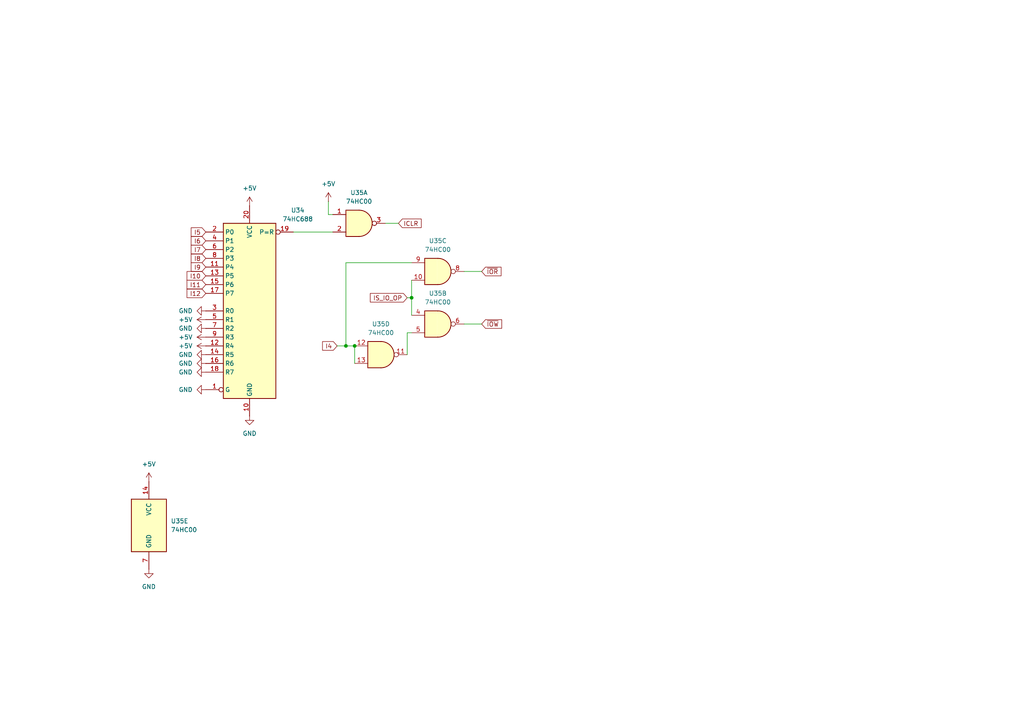
<source format=kicad_sch>
(kicad_sch (version 20250114) (generator "eeschema") (generator_version "9.0")
  (paper "A4")
  (lib_symbols
    (symbol "74xx:74HC00" (pin_names (offset 1.016))
      (property "Reference" "U" (at 0 1.27 0))
      (property "Value" "74HC00" (at 0 -1.27 0))
      (symbol "74HC00_1_1"
        (arc (start 0 3.81) (mid 3.7934 0) (end 0 -3.81) (stroke (width 0.254)) (fill (type background)))
        (polyline (pts (xy 0 3.81) (xy -3.81 3.81) (xy -3.81 -3.81) (xy 0 -3.81)) (stroke (width 0.254)) (fill (type background)))
        (pin input line (at -7.62 2.54 0) (length 3.81) (name "~") (number "1"))
        (pin input line (at -7.62 -2.54 0) (length 3.81) (name "~") (number "2"))
        (pin output inverted (at 7.62 0 180) (length 3.81) (name "~") (number "3"))
      )
      (symbol "74HC00_1_2"
        (arc (start -3.81 3.81) (mid -2.589 0) (end -3.81 -3.81) (stroke (width 0.254)))
        (polyline (pts (xy -3.81 3.81) (xy -0.635 3.81)) (stroke (width 0.254)) (fill (type background)))
        (polyline (pts (xy -3.81 -3.81) (xy -0.635 -3.81)) (stroke (width 0.254)) (fill (type background)))
        (arc (start 3.81 0) (mid 2.1855 -2.584) (end -0.6096 -3.81) (stroke (width 0.254)) (fill (type background)))
        (arc (start -0.6096 3.81) (mid 2.1928 2.5924) (end 3.81 0) (stroke (width 0.254)) (fill (type background)))
        (polyline (pts (xy -0.635 3.81) (xy -3.81 3.81) (xy -3.81 3.81) (xy -3.556 3.4036) (xy -3.0226 2.2606) (xy -2.6924 1.0414) (xy -2.6162 -0.254) (xy -2.7686 -1.4986) (xy -3.175 -2.7178) (xy -3.81 -3.81) (xy -3.81 -3.81) (xy -0.635 -3.81)) (stroke (width -25.4)) (fill (type background)))
        (pin input inverted (at -7.62 2.54 0) (length 4.318) (name "~") (number "1"))
        (pin input inverted (at -7.62 -2.54 0) (length 4.318) (name "~") (number "2"))
        (pin output line (at 7.62 0 180) (length 3.81) (name "~") (number "3"))
      )
      (symbol "74HC00_2_1"
        (arc (start 0 3.81) (mid 3.7934 0) (end 0 -3.81) (stroke (width 0.254)) (fill (type background)))
        (polyline (pts (xy 0 3.81) (xy -3.81 3.81) (xy -3.81 -3.81) (xy 0 -3.81)) (stroke (width 0.254)) (fill (type background)))
        (pin input line (at -7.62 2.54 0) (length 3.81) (name "~") (number "4"))
        (pin input line (at -7.62 -2.54 0) (length 3.81) (name "~") (number "5"))
        (pin output inverted (at 7.62 0 180) (length 3.81) (name "~") (number "6"))
      )
      (symbol "74HC00_2_2"
        (arc (start -3.81 3.81) (mid -2.589 0) (end -3.81 -3.81) (stroke (width 0.254)))
        (polyline (pts (xy -3.81 3.81) (xy -0.635 3.81)) (stroke (width 0.254)) (fill (type background)))
        (polyline (pts (xy -3.81 -3.81) (xy -0.635 -3.81)) (stroke (width 0.254)) (fill (type background)))
        (arc (start 3.81 0) (mid 2.1855 -2.584) (end -0.6096 -3.81) (stroke (width 0.254)) (fill (type background)))
        (arc (start -0.6096 3.81) (mid 2.1928 2.5924) (end 3.81 0) (stroke (width 0.254)) (fill (type background)))
        (polyline (pts (xy -0.635 3.81) (xy -3.81 3.81) (xy -3.81 3.81) (xy -3.556 3.4036) (xy -3.0226 2.2606) (xy -2.6924 1.0414) (xy -2.6162 -0.254) (xy -2.7686 -1.4986) (xy -3.175 -2.7178) (xy -3.81 -3.81) (xy -3.81 -3.81) (xy -0.635 -3.81)) (stroke (width -25.4)) (fill (type background)))
        (pin input inverted (at -7.62 2.54 0) (length 4.318) (name "~") (number "4"))
        (pin input inverted (at -7.62 -2.54 0) (length 4.318) (name "~") (number "5"))
        (pin output line (at 7.62 0 180) (length 3.81) (name "~") (number "6"))
      )
      (symbol "74HC00_3_1"
        (arc (start 0 3.81) (mid 3.7934 0) (end 0 -3.81) (stroke (width 0.254)) (fill (type background)))
        (polyline (pts (xy 0 3.81) (xy -3.81 3.81) (xy -3.81 -3.81) (xy 0 -3.81)) (stroke (width 0.254)) (fill (type background)))
        (pin input line (at -7.62 2.54 0) (length 3.81) (name "~") (number "9"))
        (pin input line (at -7.62 -2.54 0) (length 3.81) (name "~") (number "10"))
        (pin output inverted (at 7.62 0 180) (length 3.81) (name "~") (number "8"))
      )
      (symbol "74HC00_3_2"
        (arc (start -3.81 3.81) (mid -2.589 0) (end -3.81 -3.81) (stroke (width 0.254)))
        (polyline (pts (xy -3.81 3.81) (xy -0.635 3.81)) (stroke (width 0.254)) (fill (type background)))
        (polyline (pts (xy -3.81 -3.81) (xy -0.635 -3.81)) (stroke (width 0.254)) (fill (type background)))
        (arc (start 3.81 0) (mid 2.1855 -2.584) (end -0.6096 -3.81) (stroke (width 0.254)) (fill (type background)))
        (arc (start -0.6096 3.81) (mid 2.1928 2.5924) (end 3.81 0) (stroke (width 0.254)) (fill (type background)))
        (polyline (pts (xy -0.635 3.81) (xy -3.81 3.81) (xy -3.81 3.81) (xy -3.556 3.4036) (xy -3.0226 2.2606) (xy -2.6924 1.0414) (xy -2.6162 -0.254) (xy -2.7686 -1.4986) (xy -3.175 -2.7178) (xy -3.81 -3.81) (xy -3.81 -3.81) (xy -0.635 -3.81)) (stroke (width -25.4)) (fill (type background)))
        (pin input inverted (at -7.62 2.54 0) (length 4.318) (name "~") (number "9"))
        (pin input inverted (at -7.62 -2.54 0) (length 4.318) (name "~") (number "10"))
        (pin output line (at 7.62 0 180) (length 3.81) (name "~") (number "8"))
      )
      (symbol "74HC00_4_1"
        (arc (start 0 3.81) (mid 3.7934 0) (end 0 -3.81) (stroke (width 0.254)) (fill (type background)))
        (polyline (pts (xy 0 3.81) (xy -3.81 3.81) (xy -3.81 -3.81) (xy 0 -3.81)) (stroke (width 0.254)) (fill (type background)))
        (pin input line (at -7.62 2.54 0) (length 3.81) (name "~") (number "12"))
        (pin input line (at -7.62 -2.54 0) (length 3.81) (name "~") (number "13"))
        (pin output inverted (at 7.62 0 180) (length 3.81) (name "~") (number "11"))
      )
      (symbol "74HC00_4_2"
        (arc (start -3.81 3.81) (mid -2.589 0) (end -3.81 -3.81) (stroke (width 0.254)))
        (polyline (pts (xy -3.81 3.81) (xy -0.635 3.81)) (stroke (width 0.254)) (fill (type background)))
        (polyline (pts (xy -3.81 -3.81) (xy -0.635 -3.81)) (stroke (width 0.254)) (fill (type background)))
        (arc (start 3.81 0) (mid 2.1855 -2.584) (end -0.6096 -3.81) (stroke (width 0.254)) (fill (type background)))
        (arc (start -0.6096 3.81) (mid 2.1928 2.5924) (end 3.81 0) (stroke (width 0.254)) (fill (type background)))
        (polyline (pts (xy -0.635 3.81) (xy -3.81 3.81) (xy -3.81 3.81) (xy -3.556 3.4036) (xy -3.0226 2.2606) (xy -2.6924 1.0414) (xy -2.6162 -0.254) (xy -2.7686 -1.4986) (xy -3.175 -2.7178) (xy -3.81 -3.81) (xy -3.81 -3.81) (xy -0.635 -3.81)) (stroke (width -25.4)) (fill (type background)))
        (pin input inverted (at -7.62 2.54 0) (length 4.318) (name "~") (number "12"))
        (pin input inverted (at -7.62 -2.54 0) (length 4.318) (name "~") (number "13"))
        (pin output line (at 7.62 0 180) (length 3.81) (name "~") (number "11"))
      )
      (symbol "74HC00_5_0"
        (pin power_in line (at 0 12.7 270) (length 5.08) (name "VCC") (number "14"))
        (pin power_in line (at 0 -12.7 90) (length 5.08) (name "GND") (number "7"))
      )
      (symbol "74HC00_5_1"
        (rectangle (start -5.08 7.62) (end 5.08 -7.62) (stroke (width 0.254)) (fill (type background)))
      )
    )
    (symbol "74xx:74HC688"
      (property "Reference" "U" (at -7.62 26.67 0))
      (property "Value" "74HC688" (at -7.62 -26.67 0))
      (symbol "74HC688_1_0"
        (pin input line (at -12.7 22.86 0) (length 5.08) (name "P0") (number "2"))
        (pin input line (at -12.7 20.32 0) (length 5.08) (name "P1") (number "4"))
        (pin input line (at -12.7 17.78 0) (length 5.08) (name "P2") (number "6"))
        (pin input line (at -12.7 15.24 0) (length 5.08) (name "P3") (number "8"))
        (pin input line (at -12.7 12.7 0) (length 5.08) (name "P4") (number "11"))
        (pin input line (at -12.7 10.16 0) (length 5.08) (name "P5") (number "13"))
        (pin input line (at -12.7 7.62 0) (length 5.08) (name "P6") (number "15"))
        (pin input line (at -12.7 5.08 0) (length 5.08) (name "P7") (number "17"))
        (pin input line (at -12.7 0 0) (length 5.08) (name "R0") (number "3"))
        (pin input line (at -12.7 -2.54 0) (length 5.08) (name "R1") (number "5"))
        (pin input line (at -12.7 -5.08 0) (length 5.08) (name "R2") (number "7"))
        (pin input line (at -12.7 -7.62 0) (length 5.08) (name "R3") (number "9"))
        (pin input line (at -12.7 -10.16 0) (length 5.08) (name "R4") (number "12"))
        (pin input line (at -12.7 -12.7 0) (length 5.08) (name "R5") (number "14"))
        (pin input line (at -12.7 -15.24 0) (length 5.08) (name "R6") (number "16"))
        (pin input line (at -12.7 -17.78 0) (length 5.08) (name "R7") (number "18"))
        (pin input inverted (at -12.7 -22.86 0) (length 5.08) (name "G") (number "1"))
        (pin power_in line (at 0 30.48 270) (length 5.08) (name "VCC") (number "20"))
        (pin power_in line (at 0 -30.48 90) (length 5.08) (name "GND") (number "10"))
        (pin output inverted (at 12.7 22.86 180) (length 5.08) (name "P=R") (number "19"))
      )
      (symbol "74HC688_1_1"
        (rectangle (start -7.62 25.4) (end 7.62 -25.4) (stroke (width 0.254)) (fill (type background)))
      )
    )
    (symbol "power:+5V" (power) (pin_numbers (hide yes)) (pin_names (offset 0) (hide yes))
      (property "Value" "+5V" (at 0 3.556 0))
      (symbol "+5V_0_1"
        (polyline (pts (xy -0.762 1.27) (xy 0 2.54)))
        (polyline (pts (xy 0 2.54) (xy 0.762 1.27)))
        (polyline (pts (xy 0 0) (xy 0 2.54)))
      )
      (symbol "+5V_1_1"
        (pin power_in line (at 0 0 90) (length 0) (name "~") (number "1"))
      )
    )
    (symbol "power:GND" (power) (pin_numbers (hide yes)) (pin_names (offset 0) (hide yes))
      (property "Value" "GND" (at 0 -3.81 0))
      (symbol "GND_0_1"
        (polyline (pts (xy 0 0) (xy 0 -1.27) (xy 1.27 -1.27) (xy 0 -2.54) (xy -1.27 -1.27) (xy 0 -1.27)))
      )
      (symbol "GND_1_1"
        (pin power_in line (at 0 0 270) (length 0) (name "~") (number "1"))
      )
    )
  )
  (junction (at 102.87 100.33))
  (junction (at 119.38 86.36))
  (junction (at 100.33 100.33))
  (wire (pts (xy 102.87 100.33) (xy 102.87 105.41)))
  (wire (pts (xy 119.38 86.36) (xy 119.38 91.44)))
  (wire (pts (xy 95.25 58.42) (xy 95.25 62.23)))
  (wire (pts (xy 95.25 62.23) (xy 96.52 62.23)))
  (wire (pts (xy 134.62 78.74) (xy 139.7 78.74)))
  (wire (pts (xy 97.79 100.33) (xy 100.33 100.33)))
  (wire (pts (xy 118.11 102.87) (xy 118.11 96.52)))
  (wire (pts (xy 85.09 67.31) (xy 96.52 67.31)))
  (wire (pts (xy 119.38 81.28) (xy 119.38 86.36)))
  (wire (pts (xy 100.33 76.2) (xy 100.33 100.33)))
  (wire (pts (xy 111.76 64.77) (xy 115.57 64.77)))
  (wire (pts (xy 118.11 86.36) (xy 119.38 86.36)))
  (wire (pts (xy 100.33 100.33) (xy 102.87 100.33)))
  (wire (pts (xy 118.11 96.52) (xy 119.38 96.52)))
  (wire (pts (xy 119.38 76.2) (xy 100.33 76.2)))
  (wire (pts (xy 134.62 93.98) (xy 139.7 93.98)))
  (global_label "I4" (shape input) (at 97.79 100.33 180) (property "Intersheetrefs" "${INTERSHEET_REFS}" (effects (hide yes))))
  (global_label "ICLR" (shape input) (at 115.57 64.77 0) (property "Intersheetrefs" "${INTERSHEET_REFS}" (effects (hide yes))))
  (global_label "I7" (shape input) (at 59.69 72.39 180) (property "Intersheetrefs" "${INTERSHEET_REFS}" (effects (hide yes))))
  (global_label "IS_IO_OP" (shape input) (at 118.11 86.36 180) (property "Intersheetrefs" "${INTERSHEET_REFS}" (effects (hide yes))))
  (global_label "I10" (shape input) (at 59.69 80.01 180) (property "Intersheetrefs" "${INTERSHEET_REFS}" (effects (hide yes))))
  (global_label "~{IOR}" (shape input) (at 139.7 78.74 0) (property "Intersheetrefs" "${INTERSHEET_REFS}" (effects (hide yes))))
  (global_label "I11" (shape input) (at 59.69 82.55 180) (property "Intersheetrefs" "${INTERSHEET_REFS}" (effects (hide yes))))
  (global_label "I8" (shape input) (at 59.69 74.93 180) (property "Intersheetrefs" "${INTERSHEET_REFS}" (effects (hide yes))))
  (global_label "~{IOW}" (shape input) (at 139.7 93.98 0) (property "Intersheetrefs" "${INTERSHEET_REFS}" (effects (hide yes))))
  (global_label "I9" (shape input) (at 59.69 77.47 180) (property "Intersheetrefs" "${INTERSHEET_REFS}" (effects (hide yes))))
  (global_label "I5" (shape input) (at 59.69 67.31 180) (property "Intersheetrefs" "${INTERSHEET_REFS}" (effects (hide yes))))
  (global_label "I6" (shape input) (at 59.69 69.85 180) (property "Intersheetrefs" "${INTERSHEET_REFS}" (effects (hide yes))))
  (global_label "I12" (shape input) (at 59.69 85.09 180) (property "Intersheetrefs" "${INTERSHEET_REFS}" (effects (hide yes))))
  (symbol (lib_id "power:GND") (at 59.69 102.87 270) (unit 1)
    (property "Reference" "#PWR0132" (effects (hide yes)))
    (property "Value" "GND" (at 55.88 102.8699 90) (effects (justify right)))
    (property "Description" "Power symbol creates a global label with name \"GND\" , ground" (effects (hide yes)))
  )
  (symbol (lib_id "power:GND") (at 72.39 120.65 0) (unit 1)
    (property "Reference" "#PWR0125" (effects (hide yes)))
    (property "Value" "GND" (at 72.39 125.73 0))
    (property "Description" "Power symbol creates a global label with name \"GND\" , ground" (effects (hide yes)))
  )
  (symbol (lib_id "74xx:74HC00") (at 43.18 152.4 0) (unit 5)
    (property "Reference" "U35" (at 49.53 151.1299 0) (effects (justify left)))
    (property "Value" "74HC00" (at 49.53 153.6699 0) (effects (justify left)))
    (property "Footprint" "Package_SO:SO-14_3.9x8.65mm_P1.27mm" (effects (hide yes)))
    (property "Datasheet" "http://www.ti.com/lit/gpn/sn74hc00" (effects (hide yes)))
    (property "Description" "quad 2-input NAND gate" (effects (hide yes)))
    (property "VerilogCode" "ttl_74hct00 U35(_1, _2, _3, _4, _5, _6, _9, _10, _8, _12, _13, _11);" (effects (hide yes)))
  )
  (symbol (lib_id "power:+5V") (at 43.18 139.7 0) (unit 1)
    (property "Reference" "#PWR0137" (effects (hide yes)))
    (property "Value" "+5V" (at 43.18 134.62 0))
    (property "Description" "Power symbol creates a global label with name \"+5V\"" (effects (hide yes)))
  )
  (symbol (lib_id "power:+5V") (at 72.39 59.69 0) (unit 1)
    (property "Reference" "#PWR0126" (effects (hide yes)))
    (property "Value" "+5V" (at 72.39 54.61 0))
    (property "Description" "Power symbol creates a global label with name \"+5V\"" (effects (hide yes)))
  )
  (symbol (lib_id "power:+5V") (at 59.69 100.33 90) (unit 1)
    (property "Reference" "#PWR0127" (effects (hide yes)))
    (property "Value" "+5V" (at 55.88 100.3299 90) (effects (justify left)))
    (property "Description" "Power symbol creates a global label with name \"+5V\"" (effects (hide yes)))
  )
  (symbol (lib_id "power:GND") (at 59.69 95.25 270) (unit 1)
    (property "Reference" "#PWR0131" (effects (hide yes)))
    (property "Value" "GND" (at 55.88 95.2499 90) (effects (justify right)))
    (property "Description" "Power symbol creates a global label with name \"GND\" , ground" (effects (hide yes)))
  )
  (symbol (lib_id "74xx:74HC00") (at 110.49 102.87 0) (unit 4)
    (property "Reference" "U35" (at 110.4817 93.98 0))
    (property "Value" "74HC00" (at 110.4817 96.52 0))
    (property "Footprint" "Package_SO:SO-14_3.9x8.65mm_P1.27mm" (effects (hide yes)))
    (property "Datasheet" "http://www.ti.com/lit/gpn/sn74hc00" (effects (hide yes)))
    (property "Description" "quad 2-input NAND gate" (effects (hide yes)))
    (property "VerilogCode" "ttl_74hct00 U35(_1, _2, _3, _4, _5, _6, _9, _10, _8, _12, _13, _11);" (effects (hide yes)))
  )
  (symbol (lib_id "power:GND") (at 59.69 90.17 270) (unit 1)
    (property "Reference" "#PWR0130" (effects (hide yes)))
    (property "Value" "GND" (at 55.88 90.1699 90) (effects (justify right)))
    (property "Description" "Power symbol creates a global label with name \"GND\" , ground" (effects (hide yes)))
  )
  (symbol (lib_id "74xx:74HC00") (at 127 93.98 0) (unit 2)
    (property "Reference" "U35" (at 126.9917 85.09 0))
    (property "Value" "74HC00" (at 126.9917 87.63 0))
    (property "Footprint" "Package_SO:SO-14_3.9x8.65mm_P1.27mm" (effects (hide yes)))
    (property "Datasheet" "http://www.ti.com/lit/gpn/sn74hc00" (effects (hide yes)))
    (property "Description" "quad 2-input NAND gate" (effects (hide yes)))
    (property "VerilogCode" "ttl_74hct00 U35(_1, _2, _3, _4, _5, _6, _9, _10, _8, _12, _13, _11);" (effects (hide yes)))
  )
  (symbol (lib_id "74xx:74HC00") (at 127 78.74 0) (unit 3)
    (property "Reference" "U35" (at 126.9917 69.85 0))
    (property "Value" "74HC00" (at 126.9917 72.39 0))
    (property "Footprint" "Package_SO:SO-14_3.9x8.65mm_P1.27mm" (effects (hide yes)))
    (property "Datasheet" "http://www.ti.com/lit/gpn/sn74hc00" (effects (hide yes)))
    (property "Description" "quad 2-input NAND gate" (effects (hide yes)))
    (property "VerilogCode" "ttl_74hct00 U35(_1, _2, _3, _4, _5, _6, _9, _10, _8, _12, _13, _11);" (effects (hide yes)))
  )
  (symbol (lib_id "74xx:74HC00") (at 104.14 64.77 0) (unit 1)
    (property "Reference" "U35" (at 104.1317 55.88 0))
    (property "Value" "74HC00" (at 104.1317 58.42 0))
    (property "Footprint" "Package_SO:SO-14_3.9x8.65mm_P1.27mm" (effects (hide yes)))
    (property "Datasheet" "http://www.ti.com/lit/gpn/sn74hc00" (effects (hide yes)))
    (property "Description" "quad 2-input NAND gate" (effects (hide yes)))
    (property "VerilogCode" "ttl_74hct00 U35(_1, _2, _3, _4, _5, _6, _9, _10, _8, _12, _13, _11);" (effects (hide yes)))
  )
  (symbol (lib_id "power:GND") (at 43.18 165.1 0) (unit 1)
    (property "Reference" "#PWR0136" (effects (hide yes)))
    (property "Value" "GND" (at 43.18 170.18 0))
    (property "Description" "Power symbol creates a global label with name \"GND\" , ground" (effects (hide yes)))
  )
  (symbol (lib_id "74xx:74HC688") (at 72.39 90.17 0) (unit 1)
    (property "Reference" "U34" (at 86.36 60.9914 0))
    (property "Value" "74HC688" (at 86.36 63.5314 0))
    (property "Footprint" "Package_SO:SO-20_12.8x7.5mm_P1.27mm" (effects (hide yes)))
    (property "Datasheet" "https://www.ti.com/lit/ds/symlink/cd54hc688.pdf" (effects (hide yes)))
    (property "Description" "8-bit magnitude comparator" (effects (hide yes)))
    (property "VerilogCode" "ttl_74hc688 U34(`P, `R, G, Px3dR);" (effects (hide yes)))
  )
  (symbol (lib_id "power:+5V") (at 59.69 92.71 90) (unit 1)
    (property "Reference" "#PWR0128" (effects (hide yes)))
    (property "Value" "+5V" (at 55.88 92.7099 90) (effects (justify left)))
    (property "Description" "Power symbol creates a global label with name \"+5V\"" (effects (hide yes)))
  )
  (symbol (lib_id "power:+5V") (at 95.25 58.42 0) (unit 1)
    (property "Reference" "#PWR0138" (effects (hide yes)))
    (property "Value" "+5V" (at 95.25 53.34 0))
    (property "Description" "Power symbol creates a global label with name \"+5V\"" (effects (hide yes)))
  )
  (symbol (lib_id "power:+5V") (at 59.69 97.79 90) (unit 1)
    (property "Reference" "#PWR0129" (effects (hide yes)))
    (property "Value" "+5V" (at 55.88 97.7899 90) (effects (justify left)))
    (property "Description" "Power symbol creates a global label with name \"+5V\"" (effects (hide yes)))
  )
  (symbol (lib_id "power:GND") (at 59.69 105.41 270) (unit 1)
    (property "Reference" "#PWR0133" (effects (hide yes)))
    (property "Value" "GND" (at 55.88 105.4099 90) (effects (justify right)))
    (property "Description" "Power symbol creates a global label with name \"GND\" , ground" (effects (hide yes)))
  )
  (symbol (lib_id "power:GND") (at 59.69 107.95 270) (unit 1)
    (property "Reference" "#PWR0134" (effects (hide yes)))
    (property "Value" "GND" (at 55.88 107.9499 90) (effects (justify right)))
    (property "Description" "Power symbol creates a global label with name \"GND\" , ground" (effects (hide yes)))
  )
  (symbol (lib_id "power:GND") (at 59.69 113.03 270) (unit 1)
    (property "Reference" "#PWR0135" (effects (hide yes)))
    (property "Value" "GND" (at 55.88 113.0299 90) (effects (justify right)))
    (property "Description" "Power symbol creates a global label with name \"GND\" , ground" (effects (hide yes)))
  )
)
</source>
